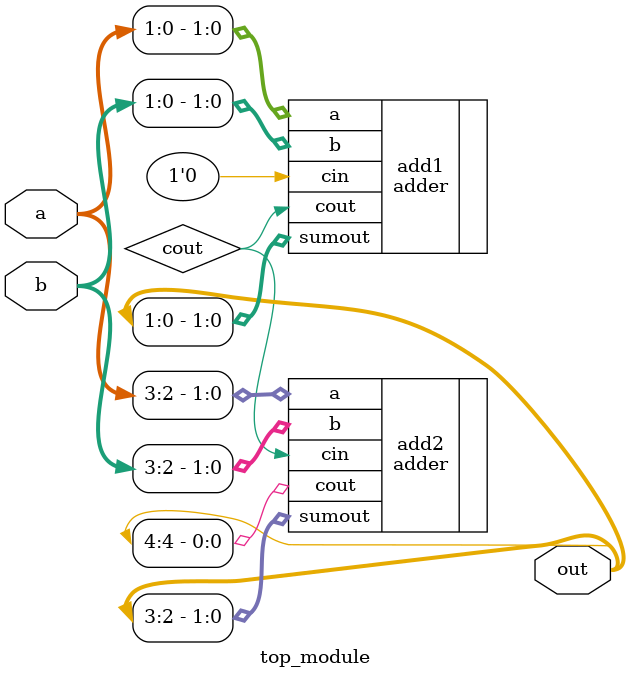
<source format=v>
module top_module
(
    input  [3:0] a, b,
    output [4:0] out
);

	wire  cout;

	adder add1(.a(a[1:0]), .b(b[1:0]), .cin(1'b0), .sumout(out[1:0]), .cout(cout));
	adder add2(.a(a[3:2]), .b(b[3:2]), .cin(cout), .sumout(out[3:2]), .cout(out[4]));

endmodule

</source>
